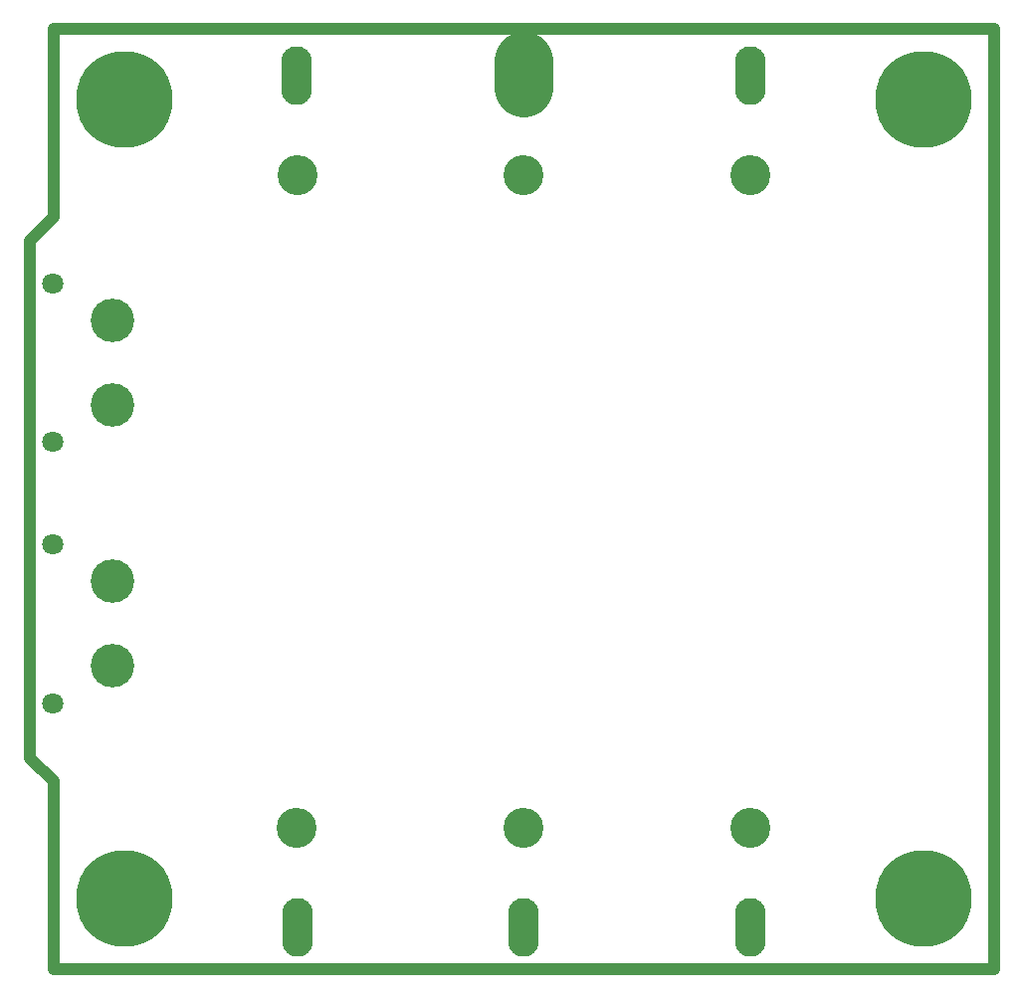
<source format=gbs>
G04*
G04 #@! TF.GenerationSoftware,Altium Limited,Altium Designer,20.0.10 (225)*
G04*
G04 Layer_Color=16711935*
%FSLAX25Y25*%
%MOIN*%
G70*
G01*
G75*
%ADD11C,0.03937*%
%ADD13O,0.10249X0.19698*%
%ADD14C,0.13398*%
%ADD15C,0.07099*%
%ADD16C,0.32296*%
%ADD23C,0.19685*%
%ADD24C,0.14580*%
D11*
X55118D02*
X370079D01*
X55118D02*
Y62992D01*
X47244Y70866D02*
X55118Y62992D01*
X47244Y70866D02*
Y244094D01*
X55118Y251969D01*
Y314961D01*
X370079D01*
Y0D02*
Y314961D01*
D13*
X288582Y13993D02*
D03*
X136604Y13996D02*
D03*
X212593Y13996D02*
D03*
X136601Y299430D02*
D03*
X212590Y299430D02*
D03*
X288579Y299427D02*
D03*
D14*
X136599Y47244D02*
D03*
X212583Y47247D02*
D03*
X288569Y47244D02*
D03*
X136608Y266181D02*
D03*
X212591Y266184D02*
D03*
X288578Y266181D02*
D03*
D15*
X54803Y142323D02*
D03*
Y89173D02*
D03*
Y176575D02*
D03*
Y229724D02*
D03*
D16*
X346457Y291339D02*
D03*
X78740Y23622D02*
D03*
X346457D02*
D03*
X78740Y291339D02*
D03*
D23*
X212598Y295276D02*
Y304528D01*
D24*
X74803Y129921D02*
D03*
Y101575D02*
D03*
Y188976D02*
D03*
Y217323D02*
D03*
M02*

</source>
